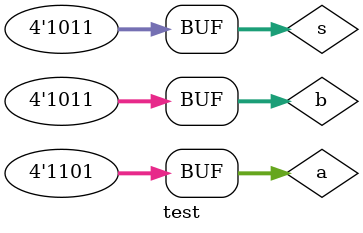
<source format=sv>
module test();

	logic [3:0] a, b; 
	logic [3:0] s;
	logic [3:0] c;
	logic zero, negative, _carry, overflow;

	param_alu #(4) DUT(a,b,s,c,zero, negative, _carry, overflow);

	initial begin
		s = 4'b0000;
		a = 4'b1100; b = 4'b1010; 
		#10 a = 4'b1100; b = 4'b1010;
		#10 a = 4'b1101; b = 4'b1011;
		
		#10 s = 4'b0001;
		a = 4'b1100; b = 4'b1010; 
		#10 a = 4'b1100; b = 4'b1010;
		#10 a = 4'b1101; b = 4'b1011;
		
		#10 s = 4'b0010;
		a = 4'b1100; b = 4'b1010; 
		#10 a = 4'b1100; b = 4'b1010;
		#10 a = 4'b1101; b = 4'b1011;
		
		#10 s = 4'b0011;
		a = 4'b1100; b = 4'b1010; 
		#10 a = 4'b1100; b = 4'b1010;
		#10 a = 4'b1101; b = 4'b1011;
		
		#10 s = 4'b0100;
		a = 4'b1100; b = 4'b1010; 
		#10 a = 4'b1100; b = 4'b1010;
		#10 a = 4'b1101; b = 4'b1011;
		
		#10 s = 4'b0101;
		a = 4'b1100; b = 4'b1010; 
		#10 a = 4'b1100; b = 4'b1010;
		#10 a = 4'b1101; b = 4'b1011;
		
		#10 s = 4'b1000;
		a = 4'b1100; b = 4'b1010; 
		#10 a = 4'b1100; b = 4'b1010;
		#10 a = 4'b1101; b = 4'b1011;
		
		#10 s = 4'b1001;
		a = 4'b1100; b = 4'b1010; 
		#10 a = 4'b1100; b = 4'b1010;
		#10 a = 4'b1101; b = 4'b1011;
		
		#10 s = 4'b1010;
		a = 4'b1100; b = 4'b1010; 
		#10 a = 4'b1100; b = 4'b1010;
		#10 a = 4'b1101; b = 4'b1011;
		
		#10 s = 4'b1011;
		a = 4'b1100; b = 4'b1010; 
		#10 a = 4'b1100; b = 4'b1010;
		#10 a = 4'b1101; b = 4'b1011;
	end
	
endmodule

</source>
